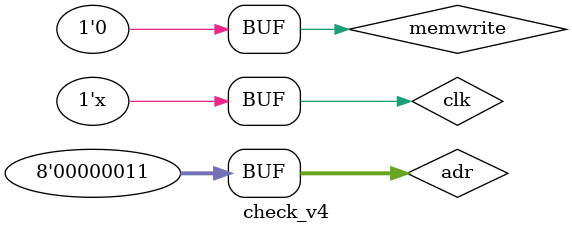
<source format=v>
`timescale 1ns / 1ps


module check_v4;

	// Inputs
	reg clk;
	reg memwrite;
	reg [7:0] adr;
	reg [7:0] writedata;

	// Outputs
	wire [7:0] memdata;

	// Instantiate the Unit Under Test (UUT)
	exmemory uut (
		.clk(clk), 
		.memwrite(memwrite), 
		.adr(adr), 
		.writedata(writedata), 
		.memdata(memdata)
	);
always begin
#10
clk=~clk;
end
	initial begin
		// Initialize Inputs
		clk = 0;
		
		
		// Wait 100 ns for global reset to finish
		adr = 0;
				// Wait 100 ns for global reset to finish
		#20;
		adr = 1;


		// Wait 100 ns for global reset to finish
		#20;
		
		adr = 2;


		// Wait 100 ns for global reset to finish
		#20;
		adr = 3;
	

		// Wait 100 ns for global reset to finish
		#20;
		memwrite=1;
		adr=0;
		#20;
		adr=1;
		#20;
		adr=2;
		#20;
		
adr=3;
#20;
		memwrite=0;
		adr=0;
		#20;
		adr=1;
		#20;
		adr=2;
		#20;
		
adr=3;
#20;
        
		// Add stimulus here

	end
      
endmodule


</source>
